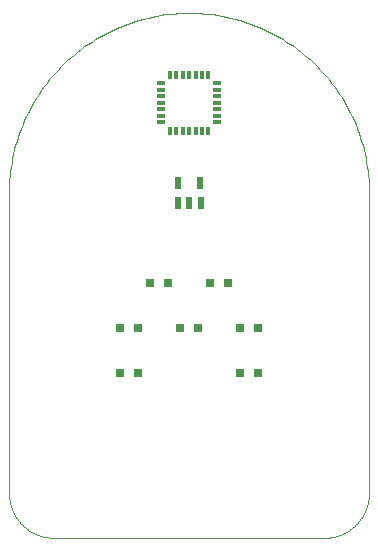
<source format=gtp>
G75*
%MOIN*%
%OFA0B0*%
%FSLAX25Y25*%
%IPPOS*%
%LPD*%
%AMOC8*
5,1,8,0,0,1.08239X$1,22.5*
%
%ADD10R,0.02165X0.03937*%
%ADD11R,0.03150X0.01181*%
%ADD12R,0.01181X0.03150*%
%ADD13R,0.03150X0.03150*%
%ADD14C,0.00000*%
D10*
X0057981Y0113454D03*
X0061800Y0113454D03*
X0065698Y0113454D03*
X0065619Y0120028D03*
X0058178Y0120107D03*
D11*
X0052548Y0140304D03*
X0052548Y0142469D03*
X0052548Y0144635D03*
X0052548Y0146800D03*
X0052548Y0148965D03*
X0052548Y0151131D03*
X0052548Y0153296D03*
X0071052Y0153296D03*
X0071052Y0151131D03*
X0071052Y0148965D03*
X0071052Y0146800D03*
X0071052Y0144635D03*
X0071052Y0142469D03*
X0071052Y0140304D03*
D12*
X0068296Y0137548D03*
X0066131Y0137548D03*
X0063965Y0137548D03*
X0061800Y0137548D03*
X0059635Y0137548D03*
X0057469Y0137548D03*
X0055304Y0137548D03*
X0055304Y0156052D03*
X0057469Y0156052D03*
X0059635Y0156052D03*
X0061800Y0156052D03*
X0063965Y0156052D03*
X0066131Y0156052D03*
X0068296Y0156052D03*
D13*
X0068847Y0086800D03*
X0074753Y0086800D03*
X0078847Y0071800D03*
X0084753Y0071800D03*
X0084753Y0056800D03*
X0078847Y0056800D03*
X0064753Y0071800D03*
X0058847Y0071800D03*
X0054753Y0086800D03*
X0048847Y0086800D03*
X0044753Y0071800D03*
X0038847Y0071800D03*
X0038847Y0056800D03*
X0044753Y0056800D03*
D14*
X0001800Y0016800D02*
X0001800Y0116800D01*
X0001818Y0118261D01*
X0001871Y0119721D01*
X0001960Y0121180D01*
X0002084Y0122636D01*
X0002244Y0124088D01*
X0002439Y0125536D01*
X0002670Y0126979D01*
X0002935Y0128416D01*
X0003235Y0129846D01*
X0003570Y0131268D01*
X0003940Y0132682D01*
X0004344Y0134086D01*
X0004782Y0135480D01*
X0005254Y0136863D01*
X0005759Y0138234D01*
X0006298Y0139592D01*
X0006869Y0140937D01*
X0007473Y0142267D01*
X0008109Y0143583D01*
X0008777Y0144882D01*
X0009477Y0146165D01*
X0010208Y0147430D01*
X0010969Y0148678D01*
X0011760Y0149906D01*
X0012581Y0151115D01*
X0013431Y0152303D01*
X0014310Y0153470D01*
X0015217Y0154616D01*
X0016152Y0155739D01*
X0017114Y0156839D01*
X0018102Y0157915D01*
X0019116Y0158967D01*
X0020156Y0159994D01*
X0021220Y0160995D01*
X0022308Y0161971D01*
X0023420Y0162919D01*
X0024554Y0163840D01*
X0025711Y0164733D01*
X0026888Y0165597D01*
X0028087Y0166433D01*
X0029306Y0167239D01*
X0030544Y0168016D01*
X0031800Y0168762D01*
X0033074Y0169477D01*
X0034365Y0170161D01*
X0035673Y0170813D01*
X0036996Y0171433D01*
X0038334Y0172021D01*
X0039685Y0172576D01*
X0041050Y0173098D01*
X0042427Y0173586D01*
X0043816Y0174041D01*
X0045215Y0174462D01*
X0046624Y0174849D01*
X0048042Y0175201D01*
X0049468Y0175519D01*
X0050902Y0175802D01*
X0052342Y0176050D01*
X0053787Y0176263D01*
X0055238Y0176440D01*
X0056692Y0176582D01*
X0058149Y0176689D01*
X0059609Y0176760D01*
X0061069Y0176796D01*
X0062531Y0176796D01*
X0063991Y0176760D01*
X0065451Y0176689D01*
X0066908Y0176582D01*
X0068362Y0176440D01*
X0069813Y0176263D01*
X0071258Y0176050D01*
X0072698Y0175802D01*
X0074132Y0175519D01*
X0075558Y0175201D01*
X0076976Y0174849D01*
X0078385Y0174462D01*
X0079784Y0174041D01*
X0081173Y0173586D01*
X0082550Y0173098D01*
X0083915Y0172576D01*
X0085266Y0172021D01*
X0086604Y0171433D01*
X0087927Y0170813D01*
X0089235Y0170161D01*
X0090526Y0169477D01*
X0091800Y0168762D01*
X0093056Y0168016D01*
X0094294Y0167239D01*
X0095513Y0166433D01*
X0096712Y0165597D01*
X0097889Y0164733D01*
X0099046Y0163840D01*
X0100180Y0162919D01*
X0101292Y0161971D01*
X0102380Y0160995D01*
X0103444Y0159994D01*
X0104484Y0158967D01*
X0105498Y0157915D01*
X0106486Y0156839D01*
X0107448Y0155739D01*
X0108383Y0154616D01*
X0109290Y0153470D01*
X0110169Y0152303D01*
X0111019Y0151115D01*
X0111840Y0149906D01*
X0112631Y0148678D01*
X0113392Y0147430D01*
X0114123Y0146165D01*
X0114823Y0144882D01*
X0115491Y0143583D01*
X0116127Y0142267D01*
X0116731Y0140937D01*
X0117302Y0139592D01*
X0117841Y0138234D01*
X0118346Y0136863D01*
X0118818Y0135480D01*
X0119256Y0134086D01*
X0119660Y0132682D01*
X0120030Y0131268D01*
X0120365Y0129846D01*
X0120665Y0128416D01*
X0120930Y0126979D01*
X0121161Y0125536D01*
X0121356Y0124088D01*
X0121516Y0122636D01*
X0121640Y0121180D01*
X0121729Y0119721D01*
X0121782Y0118261D01*
X0121800Y0116800D01*
X0121800Y0016800D01*
X0121796Y0016438D01*
X0121782Y0016075D01*
X0121761Y0015713D01*
X0121730Y0015352D01*
X0121691Y0014992D01*
X0121643Y0014633D01*
X0121586Y0014275D01*
X0121521Y0013918D01*
X0121447Y0013563D01*
X0121364Y0013210D01*
X0121273Y0012859D01*
X0121174Y0012511D01*
X0121066Y0012165D01*
X0120950Y0011821D01*
X0120825Y0011481D01*
X0120693Y0011144D01*
X0120552Y0010810D01*
X0120403Y0010479D01*
X0120246Y0010152D01*
X0120082Y0009829D01*
X0119910Y0009510D01*
X0119730Y0009196D01*
X0119542Y0008885D01*
X0119347Y0008580D01*
X0119145Y0008279D01*
X0118935Y0007983D01*
X0118719Y0007693D01*
X0118495Y0007407D01*
X0118265Y0007127D01*
X0118028Y0006853D01*
X0117784Y0006585D01*
X0117534Y0006322D01*
X0117278Y0006066D01*
X0117015Y0005816D01*
X0116747Y0005572D01*
X0116473Y0005335D01*
X0116193Y0005105D01*
X0115907Y0004881D01*
X0115617Y0004665D01*
X0115321Y0004455D01*
X0115020Y0004253D01*
X0114715Y0004058D01*
X0114404Y0003870D01*
X0114090Y0003690D01*
X0113771Y0003518D01*
X0113448Y0003354D01*
X0113121Y0003197D01*
X0112790Y0003048D01*
X0112456Y0002907D01*
X0112119Y0002775D01*
X0111779Y0002650D01*
X0111435Y0002534D01*
X0111089Y0002426D01*
X0110741Y0002327D01*
X0110390Y0002236D01*
X0110037Y0002153D01*
X0109682Y0002079D01*
X0109325Y0002014D01*
X0108967Y0001957D01*
X0108608Y0001909D01*
X0108248Y0001870D01*
X0107887Y0001839D01*
X0107525Y0001818D01*
X0107162Y0001804D01*
X0106800Y0001800D01*
X0016800Y0001800D01*
X0016438Y0001804D01*
X0016075Y0001818D01*
X0015713Y0001839D01*
X0015352Y0001870D01*
X0014992Y0001909D01*
X0014633Y0001957D01*
X0014275Y0002014D01*
X0013918Y0002079D01*
X0013563Y0002153D01*
X0013210Y0002236D01*
X0012859Y0002327D01*
X0012511Y0002426D01*
X0012165Y0002534D01*
X0011821Y0002650D01*
X0011481Y0002775D01*
X0011144Y0002907D01*
X0010810Y0003048D01*
X0010479Y0003197D01*
X0010152Y0003354D01*
X0009829Y0003518D01*
X0009510Y0003690D01*
X0009196Y0003870D01*
X0008885Y0004058D01*
X0008580Y0004253D01*
X0008279Y0004455D01*
X0007983Y0004665D01*
X0007693Y0004881D01*
X0007407Y0005105D01*
X0007127Y0005335D01*
X0006853Y0005572D01*
X0006585Y0005816D01*
X0006322Y0006066D01*
X0006066Y0006322D01*
X0005816Y0006585D01*
X0005572Y0006853D01*
X0005335Y0007127D01*
X0005105Y0007407D01*
X0004881Y0007693D01*
X0004665Y0007983D01*
X0004455Y0008279D01*
X0004253Y0008580D01*
X0004058Y0008885D01*
X0003870Y0009196D01*
X0003690Y0009510D01*
X0003518Y0009829D01*
X0003354Y0010152D01*
X0003197Y0010479D01*
X0003048Y0010810D01*
X0002907Y0011144D01*
X0002775Y0011481D01*
X0002650Y0011821D01*
X0002534Y0012165D01*
X0002426Y0012511D01*
X0002327Y0012859D01*
X0002236Y0013210D01*
X0002153Y0013563D01*
X0002079Y0013918D01*
X0002014Y0014275D01*
X0001957Y0014633D01*
X0001909Y0014992D01*
X0001870Y0015352D01*
X0001839Y0015713D01*
X0001818Y0016075D01*
X0001804Y0016438D01*
X0001800Y0016800D01*
M02*

</source>
